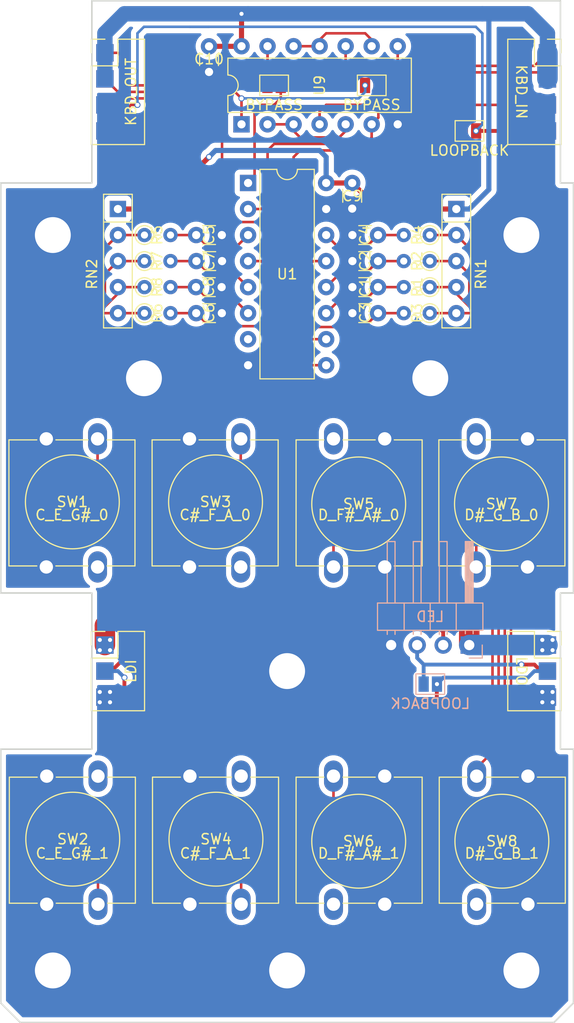
<source format=kicad_pcb>
(kicad_pcb (version 20211014) (generator pcbnew)
  (layers (0 "F.Cu" signal) (31 "B.Cu" signal) (34 "B.Paste" user) (35 "F.Paste" user) (36 "B.SilkS" user "B.Silkscreen") (37 "F.SilkS" user "F.Silkscreen") (38 "B.Mask" user) (39 "F.Mask" user) (44 "Edge.Cuts" user))
  (net 0 "")
  (net 1 "Net-(C1-Pad1)")
  (net 2 "GND")
  (net 3 "Net-(C2-Pad1)")
  (net 4 "Net-(C3-Pad1)")
  (net 5 "Net-(C4-Pad1)")
  (net 6 "Net-(C5-Pad1)")
  (net 7 "Net-(C6-Pad1)")
  (net 8 "Net-(C7-Pad1)")
  (net 9 "Net-(C8-Pad1)")
  (net 10 "+5V")
  (net 11 "Net-(JP1-Pad1)")
  (net 12 "Net-(JP2-Pad1)")
  (net 13 "Net-(JP3-Pad1)")
  (net 14 "/DI")
  (net 15 "/~{LD}")
  (net 16 "/CK")
  (net 17 "/LDD_IN")
  (net 18 "/DO")
  (net 19 "/LDD_OUT")
  (net 20 "Net-(U9-Pad11)")
  (net 21 "+5VL")
  (net 22 "Net-(R1-Pad1)")
  (net 24 "Net-(R2-Pad1)")
  (net 25 "Net-(J1-Pad4)")
  (net 26 "Net-(U9-Pad2)")
  (net 27 "Net-(R3-Pad1)")
  (net 28 "Net-(R4-Pad1)")
  (net 29 "Net-(R5-Pad1)")
  (net 30 "Net-(R6-Pad1)")
  (net 31 "Net-(R7-Pad1)")
  (net 32 "Net-(R8-Pad1)")
  (footprint "Capacitor_THT:C_Disc_D3.0mm_W1.6mm_P2.50mm" (layer "F.Cu") (at 57.13 48.26 180)
    (fp_text reference "C1")
    (fp_text value "10n")
  )
  (footprint "Capacitor_THT:C_Disc_D3.0mm_W1.6mm_P2.50mm" (layer "F.Cu") (at 57.13 45.72 180)
    (fp_text reference "C2")
    (fp_text value "10n")
  )
  (footprint "Capacitor_THT:C_Disc_D3.0mm_W1.6mm_P2.50mm" (layer "F.Cu") (at 57.13 50.8 180)
    (fp_text reference "C3")
    (fp_text value "10n")
  )
  (footprint "Capacitor_THT:C_Disc_D3.0mm_W1.6mm_P2.50mm" (layer "F.Cu") (at 57.13 43.18 180)
    (fp_text reference "C4")
    (fp_text value "10n")
  )
  (footprint "Capacitor_THT:C_Disc_D3.0mm_W1.6mm_P2.50mm" (layer "F.Cu") (at 39.39 43.18)
    (fp_text reference "C5")
    (fp_text value "10n")
  )
  (footprint "Capacitor_THT:C_Disc_D3.0mm_W1.6mm_P2.50mm" (layer "F.Cu") (at 39.39 50.8)
    (fp_text reference "C6")
    (fp_text value "10n")
  )
  (footprint "Capacitor_THT:C_Disc_D3.0mm_W1.6mm_P2.50mm" (layer "F.Cu") (at 39.41 45.72)
    (fp_text reference "C7")
    (fp_text value "10n")
  )
  (footprint "Capacitor_THT:C_Disc_D3.0mm_W1.6mm_P2.50mm" (layer "F.Cu") (at 39.37 48.26)
    (fp_text reference "C8")
    (fp_text value "10n")
  )
  (footprint "Capacitor_THT:C_Disc_D3.0mm_W1.6mm_P2.50mm" (layer "F.Cu") (at 54.61 38.1 -90)
    (fp_text reference "C9")
    (fp_text value "100n")
  )
  (footprint "Jumper:SolderJumper-2_P1.3mm_Open_Pad1.0x1.5mm" (layer "F.Cu") (at 66.055 33.02 180)
    (fp_text reference "JP2" hide)
    (fp_text value "LOOPBACK")
  )
  (footprint "Connector_PinHeader_2.54mm:PinHeader_2x04_P2.54mm_Vertical" (layer "F.Cu") (at 30.48 25.4)
    (fp_text reference "P1" hide)
    (fp_text value "KBD_OUT")
  )
  (footprint "Connector_PinHeader_2.54mm:PinHeader_2x04_P2.54mm_Vertical" (layer "F.Cu") (at 73.66 25.4)
    (fp_text reference "P6" hide)
    (fp_text value "KBD_IN")
  )
  (footprint "MountingHole:MountingHole_3.5mm_Pad" (layer "F.Cu") (at 71.12 114.935)
    (fp_text reference "P10" hide)
    (fp_text value "SCREW")
  )
  (footprint "MountingHole:MountingHole_3.5mm_Pad" (layer "F.Cu") (at 25.4 114.935)
    (fp_text reference "P11" hide)
    (fp_text value "SCREW")
  )
  (footprint "MountingHole:MountingHole_3.5mm_Pad" (layer "F.Cu") (at 71.12 43.18)
    (fp_text reference "P12" hide)
    (fp_text value "SCREW")
  )
  (footprint "MountingHole:MountingHole_3.5mm_Pad" (layer "F.Cu") (at 25.4 43.18)
    (fp_text reference "P13" hide)
    (fp_text value "SCREW")
  )
  (footprint "Resistor_THT:R_Axial_DIN0204_L3.6mm_D1.6mm_P2.54mm_Vertical" (layer "F.Cu") (at 62.18 48.26 180)
    (fp_text reference "R1")
    (fp_text value "1k")
  )
  (footprint "Resistor_THT:R_Axial_DIN0204_L3.6mm_D1.6mm_P2.54mm_Vertical" (layer "F.Cu") (at 62.18 45.72 180)
    (fp_text reference "R2")
    (fp_text value "1k")
  )
  (footprint "Resistor_THT:R_Axial_DIN0204_L3.6mm_D1.6mm_P2.54mm_Vertical" (layer "F.Cu") (at 62.18 50.8 180)
    (fp_text reference "R3")
    (fp_text value "1k")
  )
  (footprint "Resistor_THT:R_Axial_DIN0204_L3.6mm_D1.6mm_P2.54mm_Vertical" (layer "F.Cu") (at 62.18 43.18 180)
    (fp_text reference "R4")
    (fp_text value "1k")
  )
  (footprint "Resistor_THT:R_Axial_DIN0204_L3.6mm_D1.6mm_P2.54mm_Vertical" (layer "F.Cu") (at 34.34 43.18)
    (fp_text reference "R5")
    (fp_text value "1k")
  )
  (footprint "Resistor_THT:R_Axial_DIN0204_L3.6mm_D1.6mm_P2.54mm_Vertical" (layer "F.Cu") (at 34.34 50.8)
    (fp_text reference "R6")
    (fp_text value "1k")
  )
  (footprint "Resistor_THT:R_Axial_DIN0204_L3.6mm_D1.6mm_P2.54mm_Vertical" (layer "F.Cu") (at 34.34 45.72)
    (fp_text reference "R7")
    (fp_text value "1k")
  )
  (footprint "Resistor_THT:R_Axial_DIN0204_L3.6mm_D1.6mm_P2.54mm_Vertical" (layer "F.Cu") (at 34.34 48.26)
    (fp_text reference "R8")
    (fp_text value "1k")
  )
  (footprint "Button_Switch_THT:SW_PUSH-12mm" (layer "F.Cu") (at 24.765 75.565 90)
    (fp_text reference "SW1")
    (fp_text value "C_E_G#_0")
  )
  (footprint "Button_Switch_THT:SW_PUSH-12mm" (layer "F.Cu") (at 24.805 108.475 90)
    (fp_text reference "SW2")
    (fp_text value "C_E_G#_1")
  )
  (footprint "Button_Switch_THT:SW_PUSH-12mm" (layer "F.Cu") (at 38.735 75.565 90)
    (fp_text reference "SW3")
    (fp_text value "C#_F_A_0")
  )
  (footprint "Button_Switch_THT:SW_PUSH-12mm" (layer "F.Cu") (at 38.775 108.475 90)
    (fp_text reference "SW4")
    (fp_text value "C#_F_A_1")
  )
  (footprint "Button_Switch_THT:SW_PUSH-12mm" (layer "F.Cu") (at 57.785 63.065 -90)
    (fp_text reference "SW5")
    (fp_text value "D_F#_A#_0")
  )
  (footprint "Button_Switch_THT:SW_PUSH-12mm" (layer "F.Cu") (at 57.785 95.975 -90)
    (fp_text reference "SW6")
    (fp_text value "D_F#_A#_1")
  )
  (footprint "Button_Switch_THT:SW_PUSH-12mm" (layer "F.Cu") (at 71.715 63.065 -90)
    (fp_text reference "SW7")
    (fp_text value "D#_G_B_0")
  )
  (footprint "Button_Switch_THT:SW_PUSH-12mm" (layer "F.Cu") (at 71.755 95.975 -90)
    (fp_text reference "SW8")
    (fp_text value "D#_G_B_1")
  )
  (footprint "Package_DIP:DIP-16_W7.62mm" (layer "F.Cu") (at 44.45 38.1)
    (fp_text reference "U1")
    (fp_text value "74HCT165")
  )
  (footprint "Connector_PinHeader_2.54mm:PinHeader_2x03_P2.54mm_Vertical" (layer "F.Cu") (at 73.66 83.185)
    (fp_text reference "J2" hide)
    (fp_text value "LDO")
  )
  (footprint "Jumper:SolderJumper-2_P1.3mm_Open_Pad1.0x1.5mm" (layer "F.Cu") (at 46.99 28.575)
    (fp_text reference "JP1" hide)
    (fp_text value "BYPASS")
  )
  (footprint "MountingHole:MountingHole_3.5mm_Pad" (layer "F.Cu") (at 34.29 57.15)
    (fp_text reference "P4" hide)
    (fp_text value "SCREW")
  )
  (footprint "Jumper:SolderJumper-2_P1.3mm_Open_Pad1.0x1.5mm" (layer "F.Cu") (at 56.515 28.575)
    (fp_text reference "JP3" hide)
    (fp_text value "BYPASS")
  )
  (footprint "Resistor_THT:R_Array_SIP5" (layer "F.Cu") (at 31.75 40.64 -90)
    (fp_text reference "RN2")
    (fp_text value "1k")
  )
  (footprint "Connector_PinHeader_2.54mm:PinHeader_2x03_P2.54mm_Vertical" (layer "F.Cu") (at 30.48 83.185)
    (fp_text reference "J1" hide)
    (fp_text value "LDI")
  )
  (footprint "Package_DIP:DIP-14_W7.62mm" (layer "F.Cu") (at 43.81 32.375 90)
    (fp_text reference "U9")
    (fp_text value "74HC04")
  )
  (footprint "MountingHole:MountingHole_3.5mm_Pad" (layer "F.Cu") (at 48.26 85.725)
    (fp_text reference "P2" hide)
    (fp_text value "SCREW")
  )
  (footprint "MountingHole:MountingHole_3.5mm_Pad" (layer "F.Cu") (at 62.23 57.15)
    (fp_text reference "P5" hide)
    (fp_text value "SCREW")
  )
  (footprint "Resistor_THT:R_Array_SIP5" (layer "F.Cu") (at 64.77 40.64 -90)
    (fp_text reference "RN1")
    (fp_text value "1k")
  )
  (footprint "Capacitor_THT:C_Disc_D3.0mm_W1.6mm_P2.50mm" (layer "F.Cu") (at 40.64 24.765 -90)
    (fp_text reference "C10")
    (fp_text value "100n")
  )
  (footprint "MountingHole:MountingHole_3.5mm_Pad" (layer "F.Cu") (at 48.26 114.935)
    (fp_text reference "P3" hide)
    (fp_text value "SCREW")
  )
  (footprint "Connector_PinHeader_2.54mm:PinHeader_1x04_P2.54mm_Horizontal" (layer "B.Cu") (at 66.03 83.185 90)
    (fp_text reference "J3" hide)
    (fp_text value "LED")
  )
  (footprint "Jumper:SolderJumper-2_P1.3mm_Open_Pad1.0x1.5mm" (layer "B.Cu") (at 62.23 86.995)
    (fp_text reference "JP4" hide)
    (fp_text value "LOOPBACK")
  )
  (gr_poly (pts (xy 74.93 38.1) (xy 76.2 38.1) (xy 76.2 78.105) (xy 74.93 78.105) (xy 74.93 93.345) (xy 76.2 93.345) (xy 76.2 118.11) (xy 74.295 120.015) (xy 22.225 120.015) (xy 20.32 118.11) (xy 20.32 93.345) (xy 29.21 93.345) (xy 29.21 78.105) (xy 20.32 78.105) (xy 20.32 38.1) (xy 29.21 38.1) (xy 29.21 20.32) (xy 74.93 20.32)) (layer "Edge.Cuts") (width 0.15) (fill none))
  (segment (start 55.88 49.53) (end 55.88 49.51) (width 0.25) (layer "F.Cu") (net 1))
  (segment (start 55.88 49.51) (end 57.13 48.26) (width 0.25) (layer "F.Cu") (net 1))
  (segment (start 57.13 48.26) (end 59.64 48.26) (width 0.25) (layer "F.Cu") (net 1))
  (segment (start 52.07 50.8) (end 53.34 49.53) (width 0.25) (layer "F.Cu") (net 1))
  (segment (start 53.34 49.53) (end 55.88 49.53) (width 0.25) (layer "F.Cu") (net 1))
  (via (at 73.16 87.765) (size 0.6) (drill 0.4) (layers "F.Cu" "B.Cu") (net 2))
  (via (at 74.16 88.765) (size 0.6) (drill 0.4) (layers "F.Cu" "B.Cu") (net 2))
  (via (at 30.98 88.765) (size 0.6) (drill 0.4) (layers "F.Cu" "B.Cu") (net 2))
  (via (at 30.98 87.765) (size 0.6) (drill 0.4) (layers "F.Cu" "B.Cu") (net 2))
  (via (at 29.98 88.765) (size 0.6) (drill 0.4) (layers "F.Cu" "B.Cu") (net 2))
  (via (at 29.98 87.765) (size 0.6) (drill 0.4) (layers "F.Cu" "B.Cu") (net 2))
  (via (at 74.16 87.765) (size 0.6) (drill 0.4) (layers "F.Cu" "B.Cu") (net 2))
  (via (at 73.16 88.765) (size 0.6) (drill 0.4) (layers "F.Cu" "B.Cu") (net 2))
  (segment (start 53.34 46.99) (end 55.86 46.99) (width 0.25) (layer "F.Cu") (net 3))
  (segment (start 57.13 45.72) (end 59.64 45.72) (width 0.25) (layer "F.Cu") (net 3))
  (segment (start 55.86 46.99) (end 57.13 45.72) (width 0.25) (layer "F.Cu") (net 3))
  (segment (start 52.07 48.26) (end 53.34 46.99) (width 0.25) (layer "F.Cu") (net 3))
  (segment (start 50.882989 52.152989) (end 50.165 51.435) (width 0.25) (layer "F.Cu") (net 4))
  (segment (start 57.13 50.8) (end 59.64 50.8) (width 0.25) (layer "F.Cu") (net 4))
  (segment (start 55.777011 52.152989) (end 50.882989 52.152989) (width 0.25) (layer "F.Cu") (net 4))
  (segment (start 57.13 50.8) (end 55.777011 52.152989) (width 0.25) (layer "F.Cu") (net 4))
  (segment (start 50.8 45.72) (end 52.07 45.72) (width 0.25) (layer "F.Cu") (net 4))
  (segment (start 50.165 46.355) (end 50.8 45.72) (width 0.25) (layer "F.Cu") (net 4))
  (segment (start 50.165 51.435) (end 50.165 46.355) (width 0.25) (layer "F.Cu") (net 4))
  (segment (start 53.34 44.45) (end 55.86 44.45) (width 0.25) (layer "F.Cu") (net 5))
  (segment (start 52.07 43.18) (end 53.34 44.45) (width 0.25) (layer "F.Cu") (net 5))
  (segment (start 55.86 44.45) (end 57.13 43.18) (width 0.25) (layer "F.Cu") (net 5))
  (segment (start 57.13 43.18) (end 59.64 43.18) (width 0.25) (layer "F.Cu") (net 5))
  (segment (start 40.66 44.45) (end 39.39 43.18) (width 0.25) (layer "F.Cu") (net 6))
  (segment (start 44.45 43.18) (end 43.18 44.45) (width 0.25) (layer "F.Cu") (net 6))
  (segment (start 43.18 44.45) (end 40.66 44.45) (width 0.25) (layer "F.Cu") (net 6))
  (segment (start 36.88 43.18) (end 39.39 43.18) (width 0.25) (layer "F.Cu") (net 6))
  (segment (start 36.88 50.8) (end 39.39 50.8) (width 0.25) (layer "F.Cu") (net 7))
  (segment (start 40.64 52.05) (end 40.64 52.07) (width 0.25) (layer "F.Cu") (net 7))
  (segment (start 40.64 52.07) (end 45.72 52.07) (width 0.25) (layer "F.Cu") (net 7))
  (segment (start 45.72 45.72) (end 44.45 45.72) (width 0.25) (layer "F.Cu") (net 7))
  (segment (start 39.39 50.8) (end 40.64 52.05) (width 0.25) (layer "F.Cu") (net 7))
  (segment (start 46.355 51.435) (end 46.355 46.355) (width 0.25) (layer "F.Cu") (net 7))
  (segment (start 45.72 52.07) (end 46.355 51.435) (width 0.25) (layer "F.Cu") (net 7))
  (segment (start 46.355 46.355) (end 45.72 45.72) (width 0.25) (layer "F.Cu") (net 7))
  (segment (start 44.45 48.26) (end 43.18 46.99) (width 0.25) (layer "F.Cu") (net 8))
  (segment (start 40.68 46.99) (end 39.41 45.72) (width 0.25) (layer "F.Cu") (net 8))
  (segment (start 43.18 46.99) (end 40.68 46.99) (width 0.25) (layer "F.Cu") (net 8))
  (segment (start 36.88 45.72) (end 39.41 45.72) (width 0.25) (layer "F.Cu") (net 8))
  (segment (start 43.18 49.53) (end 40.64 49.53) (width 0.25) (layer "F.Cu") (net 9))
  (segment (start 36.88 48.26) (end 39.37 48.26) (width 0.25) (layer "F.Cu") (net 9))
  (segment (start 44.45 50.8) (end 43.18 49.53) (width 0.25) (layer "F.Cu") (net 9))
  (segment (start 39.37 48.26) (end 40.64 49.53) (width 0.25) (layer "F.Cu") (net 9))
  (segment (start 39.37 40.64) (end 31.75 40.64) (width 0.5) (layer "F.Cu") (net 10))
  (segment (start 54.61 38.1) (end 57.15 40.64) (width 0.5) (layer "F.Cu") (net 10))
  (segment (start 43.8 24.765) (end 43.81 24.755) (width 0.5) (layer "F.Cu") (net 10))
  (segment (start 40.005 36.195) (end 40.005 40.005) (width 0.5) (layer "F.Cu") (net 10))
  (segment (start 57.15 40.64) (end 64.77 40.64) (width 0.5) (layer "F.Cu") (net 10))
  (segment (start 43.815 22.85) (end 43.81 22.855) (width 0.5) (layer "F.Cu") (net 10))
  (segment (start 52.07 38.1) (end 54.61 38.1) (width 0.5) (layer "F.Cu") (net 10))
  (segment (start 43.815 21.59) (end 43.81 21.595) (width 0.5) (layer "F.Cu") (net 10))
  (segment (start 43.815 21.59) (end 43.815 22.85) (width 0.5) (layer "F.Cu") (net 10))
  (segment (start 43.81 24.755) (end 43.81 22.855) (width 0.5) (layer "F.Cu") (net 10))
  (segment (start 40.64 35.56) (end 40.005 36.195) (width 0.5) (layer "F.Cu") (net 10))
  (segment (start 40.005 40.005) (end 39.37 40.64) (width 0.5) (layer "F.Cu") (net 10))
  (segment (start 40.64 24.765) (end 43.8 24.765) (width 0.5) (layer "F.Cu") (net 10))
  (via (at 40.64 35.56) (size 0.6) (drill 0.4) (layers "F.Cu" "B.Cu") (net 10))
  (via (at 43.81 21.595) (size 0.6) (drill 0.4) (layers "F.Cu" "B.Cu") (net 10))
  (segment (start 44.45 21.59) (end 32.385 21.59) (width 1.5) (layer "B.Cu") (net 10))
  (segment (start 52.07 36.195) (end 52.07 38.1) (width 0.5) (layer "B.Cu") (net 10))
  (segment (start 73.66 24.765) (end 73.66 26.67) (width 1.5) (layer "B.Cu") (net 10))
  (segment (start 67.945 38.735) (end 67.945 22.225) (width 0.5) (layer "B.Cu") (net 10))
  (segment (start 44.45 21.59) (end 67.31 21.59) (width 1.5) (layer "B.Cu") (net 10))
  (segment (start 66.04 40.64) (end 67.945 38.735) (width 0.5) (layer "B.Cu") (net 10))
  (segment (start 73.66 23.495) (end 71.755 21.59) (width 1.5) (layer "B.Cu") (net 10))
  (segment (start 32.385 21.59) (end 30.48 23.495) (width 1.5) (layer "B.Cu") (net 10))
  (segment (start 52.07 38.1) (end 52.07 35.56) (width 0.5) (layer "B.Cu") (net 10))
  (segment (start 73.66 25.4) (end 73.66 23.495) (width 1.5) (layer "B.Cu") (net 10))
  (segment (start 64.77 40.64) (end 66.04 40.64) (width 0.5) (layer "B.Cu") (net 10))
  (segment (start 73.66 27.94) (end 73.66 25.4) (width 2) (layer "B.Cu") (net 10))
  (segment (start 51.435 34.925) (end 41.275 34.925) (width 0.5) (layer "B.Cu") (net 10))
  (segment (start 30.48 23.495) (end 30.48 27.94) (width 1.5) (layer "B.Cu") (net 10))
  (segment (start 73.66 26.67) (end 73.66 27.94) (width 1.5) (layer "B.Cu") (net 10))
  (segment (start 41.275 34.925) (end 40.64 35.56) (width 0.5) (layer "B.Cu") (net 10))
  (segment (start 71.755 21.59) (end 67.31 21.59) (width 1.5) (layer "B.Cu") (net 10))
  (segment (start 73.66 25.4) (end 73.66 26.67) (width 1.5) (layer "B.Cu") (net 10))
  (segment (start 67.945 22.225) (end 67.31 21.59) (width 0.5) (layer "B.Cu") (net 10))
  (segment (start 52.07 35.56) (end 51.435 34.925) (width 0.5) (layer "B.Cu") (net 10))
  (segment (start 45.085 28.575) (end 33.02 28.575) (width 0.25) (layer "F.Cu") (net 11))
  (segment (start 32.385 27.94) (end 32.385 26.035) (width 0.25) (layer "F.Cu") (net 11))
  (segment (start 45.085 28.56) (end 45.085 28.575) (width 0.25) (layer "F.Cu") (net 11))
  (segment (start 45.1 28.575) (end 46.34 28.575) (width 0.25) (layer "F.Cu") (net 11))
  (segment (start 46.35 24.755) (end 46.35 28.565) (width 0.25) (layer "F.Cu") (net 11))
  (segment (start 32.385 26.035) (end 31.75 25.4) (width 0.25) (layer "F.Cu") (net 11))
  (segment (start 31.75 25.4) (end 30.48 25.4) (width 0.25) (layer "F.Cu") (net 11))
  (segment (start 33.02 28.575) (end 32.385 27.94) (width 0.25) (layer "F.Cu") (net 11))
  (segment (start 45.085 28.56) (end 45.1 28.575) (width 0.25) (layer "F.Cu") (net 11))
  (segment (start 32.385 31.115) (end 32.385 32.385) (width 0.25) (layer "F.Cu") (net 12))
  (segment (start 32.385 32.385) (end 31.75 33.02) (width 0.25) (layer "F.Cu") (net 12))
  (segment (start 66.705 33.02) (end 73.66 33.02) (width 0.375) (layer "F.Cu") (net 12))
  (segment (start 33.655 30.48) (end 33.02 30.48) (width 0.25) (layer "F.Cu") (net 12))
  (segment (start 33.02 30.48) (end 32.385 31.115) (width 0.25) (layer "F.Cu") (net 12))
  (segment (start 31.75 33.02) (end 30.48 33.02) (width 0.25) (layer "F.Cu") (net 12))
  (via (at 33.655 30.48) (size 0.6) (drill 0.4) (layers "F.Cu" "B.Cu") (net 12))
  (via (at 66.69 33.02) (size 0.6) (drill 0.4) (layers "F.Cu" "B.Cu") (net 12))
  (segment (start 66.675 22.86) (end 67.31 23.495) (width 0.25) (layer "B.Cu") (net 12))
  (segment (start 67.31 32.4) (end 66.69 33.02) (width 0.25) (layer "B.Cu") (net 12))
  (segment (start 40.64 22.86) (end 66.675 22.86) (width 0.25) (layer "B.Cu") (net 12))
  (segment (start 33.655 30.48) (end 33.655 23.495) (width 0.25) (layer "B.Cu") (net 12))
  (segment (start 38.735 22.86) (end 40.64 22.86) (width 0.25) (layer "B.Cu") (net 12))
  (segment (start 67.31 23.495) (end 67.31 32.4) (width 0.25) (layer "B.Cu") (net 12))
  (segment (start 34.29 22.86) (end 40.64 22.86) (width 0.25) (layer "B.Cu") (net 12))
  (segment (start 33.655 23.495) (end 34.29 22.86) (width 0.25) (layer "B.Cu") (net 12))
  (segment (start 43.81 32.375) (end 43.81 29.85) (width 0.25) (layer "F.Cu") (net 13))
  (segment (start 43.18 29.21) (end 31.75 29.21) (width 0.25) (layer "F.Cu") (net 13))
  (segment (start 31.75 29.21) (end 30.48 27.94) (width 0.25) (layer "F.Cu") (net 13))
  (segment (start 43.81 29.85) (end 43.18 29.22) (width 0.25) (layer "F.Cu") (net 13))
  (segment (start 43.18 29.22) (end 43.18 29.21) (width 0.25) (layer "F.Cu") (net 13))
  (via (at 55.865 28.575) (size 0.6) (drill 0.4) (layers "F.Cu" "B.Cu") (net 13))
  (via (at 43.81 29.85) (size 0.6) (drill 0.4) (layers "F.Cu" "B.Cu") (net 13))
  (segment (start 55.245 29.845) (end 55.88 29.21) (width 0.25) (layer "B.Cu") (net 13))
  (segment (start 43.81 29.85) (end 43.815 29.845) (width 0.25) (layer "B.Cu") (net 13))
  (segment (start 55.88 28.575) (end 55.865 28.575) (width 0.25) (layer "B.Cu") (net 13))
  (segment (start 43.815 29.845) (end 55.245 29.845) (width 0.25) (layer "B.Cu") (net 13))
  (segment (start 55.88 29.21) (end 55.88 28.575) (width 0.25) (layer "B.Cu") (net 13))
  (segment (start 66.04 30.48) (end 73.66 30.48) (width 0.25) (layer "F.Cu") (net 14))
  (segment (start 48.895 35.56) (end 49.53 34.925) (width 0.25) (layer "F.Cu") (net 14))
  (segment (start 65.405 31.115) (end 66.04 30.48) (width 0.25) (layer "F.Cu") (net 14))
  (segment (start 52.07 53.34) (end 49.53 53.34) (width 0.25) (layer "F.Cu") (net 14))
  (segment (start 65.405 33.02) (end 65.405 31.115) (width 0.25) (layer "F.Cu") (net 14))
  (segment (start 49.53 53.34) (end 48.895 52.705) (width 0.25) (layer "F.Cu") (net 14))
  (segment (start 64.77 34.925) (end 65.405 34.29) (width 0.25) (layer "F.Cu") (net 14))
  (segment (start 65.405 34.29) (end 65.405 33.02) (width 0.25) (layer "F.Cu") (net 14))
  (segment (start 49.53 34.925) (end 64.77 34.925) (width 0.25) (layer "F.Cu") (net 14))
  (segment (start 48.895 52.705) (end 48.895 35.56) (width 0.25) (layer "F.Cu") (net 14))
  (segment (start 46.99 30.48) (end 47.64 29.83) (width 0.25) (layer "F.Cu") (net 15))
  (segment (start 47.64 27.32) (end 47.64 28.575) (width 0.25) (layer "F.Cu") (net 15))
  (segment (start 72.39 26.67) (end 73.66 25.4) (width 0.25) (layer "F.Cu") (net 15))
  (segment (start 47.64 29.83) (end 47.64 28.575) (width 0.25) (layer "F.Cu") (net 15))
  (segment (start 45.72 30.48) (end 46.99 30.48) (width 0.25) (layer "F.Cu") (net 15))
  (segment (start 46.355 30.48) (end 46.99 30.48) (width 0.25) (layer "F.Cu") (net 15))
  (segment (start 53.975 26.67) (end 53.97 26.665) (width 0.25) (layer "F.Cu") (net 15))
  (segment (start 47.625 27.305) (end 47.64 27.32) (width 0.25) (layer "F.Cu") (net 15))
  (segment (start 54.61 26.67) (end 72.39 26.67) (width 0.25) (layer "F.Cu") (net 15))
  (segment (start 59.05 26.03) (end 59.05 24.755) (width 0.25) (layer "F.Cu") (net 15))
  (segment (start 48.26 26.67) (end 47.625 27.305) (width 0.25) (layer "F.Cu") (net 15))
  (segment (start 45.085 37.465) (end 45.085 31.115) (width 0.25) (layer "F.Cu") (net 15))
  (segment (start 45.085 31.115) (end 45.72 30.48) (width 0.25) (layer "F.Cu") (net 15))
  (segment (start 59.05 26.03) (end 59.055 26.035) (width 0.25) (layer "F.Cu") (net 15))
  (segment (start 45.72 30.48) (end 46.355 30.48) (width 0.25) (layer "F.Cu") (net 15))
  (segment (start 53.97 26.665) (end 53.97 24.755) (width 0.25) (layer "F.Cu") (net 15))
  (segment (start 53.975 26.67) (end 54.61 26.67) (width 0.25) (layer "F.Cu") (net 15))
  (segment (start 59.055 26.035) (end 59.055 26.67) (width 0.25) (layer "F.Cu") (net 15))
  (segment (start 54.61 26.67) (end 48.26 26.67) (width 0.25) (layer "F.Cu") (net 15))
  (segment (start 51.43 31.12) (end 52.0775 30.4725) (width 0.25) (layer "F.Cu") (net 16))
  (segment (start 46.355 40.005) (end 45.72 40.64) (width 0.25) (layer "F.Cu") (net 16))
  (segment (start 57.165 31.72) (end 56.51 32.375) (width 0.25) (layer "F.Cu") (net 16))
  (segment (start 51.43 32.375) (end 51.43 31.12) (width 0.25) (layer "F.Cu") (net 16))
  (segment (start 56.51 33.65) (end 56.515 33.655) (width 0.25) (layer "F.Cu") (net 16))
  (segment (start 58.42 27.305) (end 73.025 27.305) (width 0.25) (layer "F.Cu") (net 16))
  (segment (start 45.72 40.64) (end 44.45 40.64) (width 0.25) (layer "F.Cu") (net 16))
  (segment (start 52.0775 30.4725) (end 57.1425 30.4725) (width 0.25) (layer "F.Cu") (net 16))
  (segment (start 57.165 28.56) (end 58.42 27.305) (width 0.25) (layer "F.Cu") (net 16))
  (segment (start 56.515 33.655) (end 55.88 34.29) (width 0.25) (layer "F.Cu") (net 16))
  (segment (start 57.165 28.575) (end 57.165 31.72) (width 0.25) (layer "F.Cu") (net 16))
  (segment (start 56.51 32.375) (end 56.51 33.65) (width 0.25) (layer "F.Cu") (net 16))
  (segment (start 55.88 34.29) (end 46.99 34.29) (width 0.25) (layer "F.Cu") (net 16))
  (segment (start 46.99 34.29) (end 46.355 34.925) (width 0.25) (layer "F.Cu") (net 16))
  (segment (start 46.355 34.925) (end 46.355 40.005) (width 0.25) (layer "F.Cu") (net 16))
  (segment (start 57.15 30.48) (end 57.1425 30.4725) (width 0.25) (layer "F.Cu") (net 16))
  (segment (start 32.385 81.915) (end 33.02 81.28) (width 0.375) (layer "F.Cu") (net 17))
  (segment (start 33.02 81.28) (end 62.865 81.28) (width 0.375) (layer "F.Cu") (net 17))
  (segment (start 62.865 81.28) (end 63.5 81.915) (width 0.375) (layer "F.Cu") (net 17))
  (segment (start 32.385 84.455) (end 32.385 81.915) (width 0.375) (layer "F.Cu") (net 17))
  (segment (start 30.48 85.725) (end 31.115 85.725) (width 0.375) (layer "F.Cu") (net 17))
  (segment (start 63.49 81.925) (end 63.49 83.185) (width 0.375) (layer "F.Cu") (net 17))
  (segment (start 31.115 85.725) (end 32.385 84.455) (width 0.375) (layer "F.Cu") (net 17))
  (segment (start 63.5 81.915) (end 63.49 81.925) (width 0.375) (layer "F.Cu") (net 17))
  (segment (start 41.275 29.845) (end 41.91 30.48) (width 0.25) (layer "F.Cu") (net 18))
  (segment (start 30.48 30.48) (end 31.75 30.48) (width 0.25) (layer "F.Cu") (net 18))
  (segment (start 48.26 42.545) (end 47.625 41.91) (width 0.25) (layer "F.Cu") (net 18))
  (segment (start 48.895 55.88) (end 48.26 55.245) (width 0.25) (layer "F.Cu") (net 18))
  (segment (start 52.07 55.88) (end 48.895 55.88) (width 0.25) (layer "F.Cu") (net 18))
  (segment (start 31.75 30.48) (end 32.385 29.845) (width 0.25) (layer "F.Cu") (net 18))
  (segment (start 41.91 41.275) (end 42.545 41.91) (width 0.25) (layer "F.Cu") (net 18))
  (segment (start 41.91 30.48) (end 41.91 41.275) (width 0.25) (layer "F.Cu") (net 18))
  (segment (start 42.545 41.91) (end 47.625 41.91) (width 0.25) (layer "F.Cu") (net 18))
  (segment (start 32.385 29.845) (end 41.275 29.845) (width 0.25) (layer "F.Cu") (net 18))
  (segment (start 48.26 55.245) (end 48.26 42.545) (width 0.25) (layer "F.Cu") (net 18))
  (segment (start 72.39 85.09) (end 71.12 85.09) (width 0.375) (layer "F.Cu") (net 19))
  (segment (start 73.66 85.725) (end 73.025 85.725) (width 0.375) (layer "F.Cu") (net 19))
  (segment (start 73.025 85.725) (end 72.39 85.09) (width 0.375) (layer "F.Cu") (net 19))
  (via (at 71.12 85.09) (size 0.6) (drill 0.4) (layers "F.Cu" "B.Cu") (net 19))
  (segment (start 60.95 83.185) (end 60.95 84.445) (width 0.375) (layer "B.Cu") (net 19))
  (segment (start 61.595 85.09) (end 61.58 85.105) (width 0.375) (layer "B.Cu") (net 19))
  (segment (start 61.595 85.09) (end 71.12 85.09) (width 0.375) (layer "B.Cu") (net 19))
  (segment (start 61.58 85.105) (end 61.58 86.995) (width 0.375) (layer "B.Cu") (net 19))
  (segment (start 60.95 84.445) (end 61.595 85.09) (width 0.375) (layer "B.Cu") (net 19))
  (segment (start 55.88 23.495) (end 52.07 23.495) (width 0.25) (layer "F.Cu") (net 20))
  (segment (start 52.07 23.495) (end 51.43 24.135) (width 0.25) (layer "F.Cu") (net 20))
  (segment (start 56.51 24.125) (end 55.88 23.495) (width 0.25) (layer "F.Cu") (net 20))
  (segment (start 48.89 24.755) (end 51.43 24.755) (width 0.25) (layer "F.Cu") (net 20))
  (segment (start 66.03 83.185) (end 66.03 80.635) (width 2) (layer "F.Cu") (net 21))
  (segment (start 66.03 80.635) (end 64.77 79.375) (width 2) (layer "F.Cu") (net 21))
  (segment (start 30.48 81.28) (end 30.48 83.185) (width 2) (layer "F.Cu") (net 21))
  (segment (start 32.385 79.375) (end 30.48 81.28) (width 2) (layer "F.Cu") (net 21))
  (segment (start 64.77 79.375) (end 32.385 79.375) (width 2) (layer "F.Cu") (net 21))
  (via (at 74.16 83.685) (size 0.6) (drill 0.4) (layers "F.Cu" "B.Cu") (net 21))
  (via (at 30.98 83.685) (size 0.6) (drill 0.4) (layers "F.Cu" "B.Cu") (net 21))
  (via (at 29.98 82.685) (size 0.6) (drill 0.4) (layers "F.Cu" "B.Cu") (net 21))
  (via (at 73.16 83.685) (size 0.6) (drill 0.4) (layers "F.Cu" "B.Cu") (net 21))
  (via (at 74.16 82.685) (size 0.6) (drill 0.4) (layers "F.Cu" "B.Cu") (net 21))
  (via (at 30.98 82.685) (size 0.6) (drill 0.4) (layers "F.Cu" "B.Cu") (net 21))
  (via (at 73.16 82.685) (size 0.6) (drill 0.4) (layers "F.Cu" "B.Cu") (net 21))
  (via (at 29.98 83.685) (size 0.6) (drill 0.4) (layers "F.Cu" "B.Cu") (net 21))
  (segment (start 66.03 83.185) (end 73.66 83.185) (width 2) (layer "B.Cu") (net 21))
  (segment (start 68.8975 66.9925) (end 68.8975 51.1175) (width 0.25) (layer "F.Cu") (net 22))
  (segment (start 30.48 67.945) (end 67.945 67.945) (width 0.25) (layer "F.Cu") (net 22))
  (segment (start 66.04 50.165) (end 64.77 48.895) (width 0.25) (layer "F.Cu") (net 22))
  (segment (start 29.765 67.23) (end 30.48 67.945) (width 0.25) (layer "F.Cu") (net 22))
  (segment (start 67.945 67.945) (end 68.8975 66.9925) (width 0.25) (layer "F.Cu") (net 22))
  (segment (start 67.945 50.165) (end 66.04 50.165) (width 0.25) (layer "F.Cu") (net 22))
  (segment (start 62.18 48.26) (end 64.77 48.26) (width 0.25) (layer "F.Cu") (net 22))
  (segment (start 29.765 63.065) (end 29.765 67.23) (width 0.25) (layer "F.Cu") (net 22))
  (segment (start 68.8975 51.1175) (end 67.945 50.165) (width 0.25) (layer "F.Cu") (net 22))
  (segment (start 66.04 48.895) (end 66.04 46.99) (width 0.25) (layer "F.Cu") (net 24))
  (segment (start 66.675 49.53) (end 66.04 48.895) (width 0.25) (layer "F.Cu") (net 24))
  (segment (start 29.805 108.475) (end 29.805 102.91) (width 0.25) (layer "F.Cu") (net 24))
  (segment (start 69.5 101.315) (end 69.5 50.45) (width 0.25) (layer "F.Cu") (net 24))
  (segment (start 69.5 50.45) (end 68.58 49.53) (width 0.25) (layer "F.Cu") (net 24))
  (segment (start 29.805 102.91) (end 30.48 102.235) (width 0.25) (layer "F.Cu") (net 24))
  (segment (start 62.18 45.72) (end 64.77 45.72) (width 0.25) (layer "F.Cu") (net 24))
  (segment (start 66.675 49.53) (end 68.58 49.53) (width 0.25) (layer "F.Cu") (net 24))
  (segment (start 68.58 102.235) (end 69.5 101.315) (width 0.25) (layer "F.Cu") (net 24))
  (segment (start 66.04 46.99) (end 64.77 45.72) (width 0.25) (layer "F.Cu") (net 24))
  (segment (start 30.48 102.235) (end 68.58 102.235) (width 0.25) (layer "F.Cu") (net 24))
  (segment (start 62.865 89.535) (end 62.23 90.17) (width 0.375) (layer "F.Cu") (net 25))
  (segment (start 62.23 90.17) (end 33.02 90.17) (width 0.375) (layer "F.Cu") (net 25))
  (segment (start 62.865 86.995) (end 62.865 89.535) (width 0.375) (layer "F.Cu") (net 25))
  (segment (start 33.02 90.17) (end 32.385 89.535) (width 0.375) (layer "F.Cu") (net 25))
  (segment (start 62.88 86.995) (end 62.865 86.995) (width 0.375) (layer "F.Cu") (net 25))
  (segment (start 32.385 89.535) (end 32.385 86.36) (width 0.375) (layer "F.Cu") (net 25))
  (via (at 32.385 86.36) (size 0.6) (drill 0.4) (layers "F.Cu" "B.Cu") (net 25))
  (via (at 62.88 86.995) (size 0.6) (drill 0.4) (layers "F.Cu" "B.Cu") (net 25))
  (segment (start 72.39 85.725) (end 73.66 85.725) (width 0.375) (layer "B.Cu") (net 25))
  (segment (start 63.5 86.36) (end 71.755 86.36) (width 0.375) (layer "B.Cu") (net 25))
  (segment (start 31.75 85.725) (end 32.385 86.36) (width 0.375) (layer "B.Cu") (net 25))
  (segment (start 71.755 86.36) (end 72.39 85.725) (width 0.375) (layer "B.Cu") (net 25))
  (segment (start 62.88 86.98) (end 63.5 86.36) (width 0.375) (layer "B.Cu") (net 25))
  (segment (start 62.88 86.995) (end 62.88 86.98) (width 0.375) (layer "B.Cu") (net 25))
  (segment (start 30.48 85.725) (end 31.75 85.725) (width 0.375) (layer "B.Cu") (net 25))
  (segment (start 48.89 33.015) (end 49.53 33.655) (width 0.25) (layer "F.Cu") (net 26))
  (segment (start 46.35 32.375) (end 48.89 32.375) (width 0.25) (layer "F.Cu") (net 26))
  (segment (start 49.53 33.655) (end 53.34 33.655) (width 0.25) (layer "F.Cu") (net 26))
  (segment (start 53.34 33.655) (end 53.97 33.025) (width 0.25) (layer "F.Cu") (net 26))
  (segment (start 67.31 67.31) (end 68.3 66.32) (width 0.25) (layer "F.Cu") (net 27))
  (segment (start 68.3 66.32) (end 68.3 51.79) (width 0.25) (layer "F.Cu") (net 27))
  (segment (start 62.18 50.8) (end 67.31 50.8) (width 0.25) (layer "F.Cu") (net 27))
  (segment (start 44.45 67.31) (end 43.735 66.595) (width 0.25) (layer "F.Cu") (net 27))
  (segment (start 43.735 63.065) (end 43.735 66.595) (width 0.25) (layer "F.Cu") (net 27))
  (segment (start 44.45 67.31) (end 67.31 67.31) (width 0.25) (layer "F.Cu") (net 27))
  (segment (start 67.31 50.8) (end 68.3 51.79) (width 0.25) (layer "F.Cu") (net 27))
  (segment (start 43.775 103.545) (end 43.775 108.475) (width 0.25) (layer "F.Cu") (net 28))
  (segment (start 70.1 101.85) (end 69.08 102.87) (width 0.25) (layer "F.Cu") (net 28))
  (segment (start 62.18 43.18) (end 64.77 43.18) (width 0.25) (layer "F.Cu") (net 28))
  (segment (start 70.1 49.78) (end 70.1 101.85) (width 0.25) (layer "F.Cu") (net 28))
  (segment (start 69.215 48.895) (end 70.1 49.78) (width 0.25) (layer "F.Cu") (net 28))
  (segment (start 66.675 48.26) (end 67.31 48.895) (width 0.25) (layer "F.Cu") (net 28))
  (segment (start 44.45 102.87) (end 43.775 103.545) (width 0.25) (layer "F.Cu") (net 28))
  (segment (start 64.77 43.18) (end 66.675 45.085) (width 0.25) (layer "F.Cu") (net 28))
  (segment (start 69.08 102.87) (end 44.45 102.87) (width 0.25) (layer "F.Cu") (net 28))
  (segment (start 67.31 48.895) (end 69.215 48.895) (width 0.25) (layer "F.Cu") (net 28))
  (segment (start 66.675 45.085) (end 66.675 48.26) (width 0.25) (layer "F.Cu") (net 28))
  (segment (start 52.785 75.565) (end 52.785 71.2) (width 0.25) (layer "F.Cu") (net 29))
  (segment (start 29.845 45.085) (end 31.75 43.18) (width 0.25) (layer "F.Cu") (net 29))
  (segment (start 26.4 49.8) (end 27.305 48.895) (width 0.25) (layer "F.Cu") (net 29))
  (segment (start 26.400001 69.580001) (end 26.4 49.8) (width 0.25) (layer "F.Cu") (net 29))
  (segment (start 52.785 71.2) (end 52.07 70.485) (width 0.25) (layer "F.Cu") (net 29))
  (segment (start 52.07 70.485) (end 27.305 70.485) (width 0.25) (layer "F.Cu") (net 29))
  (segment (start 29.845 48.26) (end 29.845 45.085) (width 0.25) (layer "F.Cu") (net 29))
  (segment (start 29.21 48.895) (end 29.845 48.26) (width 0.25) (layer "F.Cu") (net 29))
  (segment (start 27.305 70.485) (end 26.400001 69.580001) (width 0.25) (layer "F.Cu") (net 29))
  (segment (start 27.305 48.895) (end 29.21 48.895) (width 0.25) (layer "F.Cu") (net 29))
  (segment (start 31.75 43.18) (end 34.34 43.18) (width 0.25) (layer "F.Cu") (net 29))
  (segment (start 28.2 51.81) (end 28.2 67.57) (width 0.25) (layer "F.Cu") (net 30))
  (segment (start 29.21 50.8) (end 28.2 51.81) (width 0.25) (layer "F.Cu") (net 30))
  (segment (start 34.34 50.8) (end 29.21 50.8) (width 0.25) (layer "F.Cu") (net 30))
  (segment (start 28.2 67.57) (end 29.21 68.58) (width 0.25) (layer "F.Cu") (net 30))
  (segment (start 68.8975 69.5325) (end 68.8975 100.6475) (width 0.25) (layer "F.Cu") (net 30))
  (segment (start 53.34 101.6) (end 52.785 101.045) (width 0.25) (layer "F.Cu") (net 30))
  (segment (start 67.945 68.58) (end 68.8975 69.5325) (width 0.25) (layer "F.Cu") (net 30))
  (segment (start 68.8975 100.6475) (end 67.945 101.6) (width 0.25) (layer "F.Cu") (net 30))
  (segment (start 29.21 68.58) (end 67.945 68.58) (width 0.25) (layer "F.Cu") (net 30))
  (segment (start 52.785 101.045) (end 52.785 95.975) (width 0.25) (layer "F.Cu") (net 30))
  (segment (start 67.945 101.6) (end 53.34 101.6) (width 0.25) (layer "F.Cu") (net 30))
  (segment (start 30.48 46.99) (end 31.75 45.72) (width 0.25) (layer "F.Cu") (net 31))
  (segment (start 66.04 69.85) (end 27.94 69.85) (width 0.25) (layer "F.Cu") (net 31))
  (segment (start 27 50.47) (end 27.94 49.53) (width 0.25) (layer "F.Cu") (net 31))
  (segment (start 31.75 45.72) (end 34.34 45.72) (width 0.25) (layer "F.Cu") (net 31))
  (segment (start 66.715 70.525) (end 66.04 69.85) (width 0.25) (layer "F.Cu") (net 31))
  (segment (start 27 68.91) (end 27 50.47) (width 0.25) (layer "F.Cu") (net 31))
  (segment (start 27.94 49.53) (end 29.845 49.53) (width 0.25) (layer "F.Cu") (net 31))
  (segment (start 66.715 75.565) (end 66.715 70.525) (width 0.25) (layer "F.Cu") (net 31))
  (segment (start 30.48 48.895) (end 30.48 46.99) (width 0.25) (layer "F.Cu") (net 31))
  (segment (start 27.94 69.85) (end 27 68.91) (width 0.25) (layer "F.Cu") (net 31))
  (segment (start 29.845 49.53) (end 30.48 48.895) (width 0.25) (layer "F.Cu") (net 31))
  (segment (start 28.575 69.215) (end 27.6 68.24) (width 0.25) (layer "F.Cu") (net 32))
  (segment (start 68.3 93.625) (end 68.3 70.205) (width 0.25) (layer "F.Cu") (net 32))
  (segment (start 30.48 50.165) (end 32.385 48.26) (width 0.25) (layer "F.Cu") (net 32))
  (segment (start 67.31 69.215) (end 28.575 69.215) (width 0.25) (layer "F.Cu") (net 32))
  (segment (start 68.3 70.205) (end 67.31 69.215) (width 0.25) (layer "F.Cu") (net 32))
  (segment (start 28.575 50.165) (end 30.48 50.165) (width 0.25) (layer "F.Cu") (net 32))
  (segment (start 27.6 51.14) (end 28.575 50.165) (width 0.25) (layer "F.Cu") (net 32))
  (segment (start 66.755 95.17) (end 68.3 93.625) (width 0.25) (layer "F.Cu") (net 32))
  (segment (start 27.6 68.24) (end 27.6 51.14) (width 0.25) (layer "F.Cu") (net 32))
  (segment (start 32.385 48.26) (end 34.34 48.26) (width 0.25) (layer "F.Cu") (net 32))
  (zone (net 2) (net_name "GND") (layer "B.Cu") (connect_pads yes (clearance 0.508)) (min_thickness 0.254) (fill yes (thermal_gap 0.508) (thermal_bridge_width 0.508))
    (polygon (pts (xy 74.93 38.1) (xy 76.2 38.1) (xy 76.2 78.105) (xy 74.93 78.105) (xy 74.93 93.345) (xy 76.2 93.345) (xy 76.2 118.11) (xy 74.295 120.015) (xy 22.225 120.015) (xy 20.32 118.11) (xy 20.32 93.345) (xy 29.21 93.345) (xy 29.21 78.105) (xy 20.32 78.105) (xy 20.32 38.1) (xy 29.21 38.1) (xy 29.21 20.32) (xy 74.93 20.32)))
  )
)
</source>
